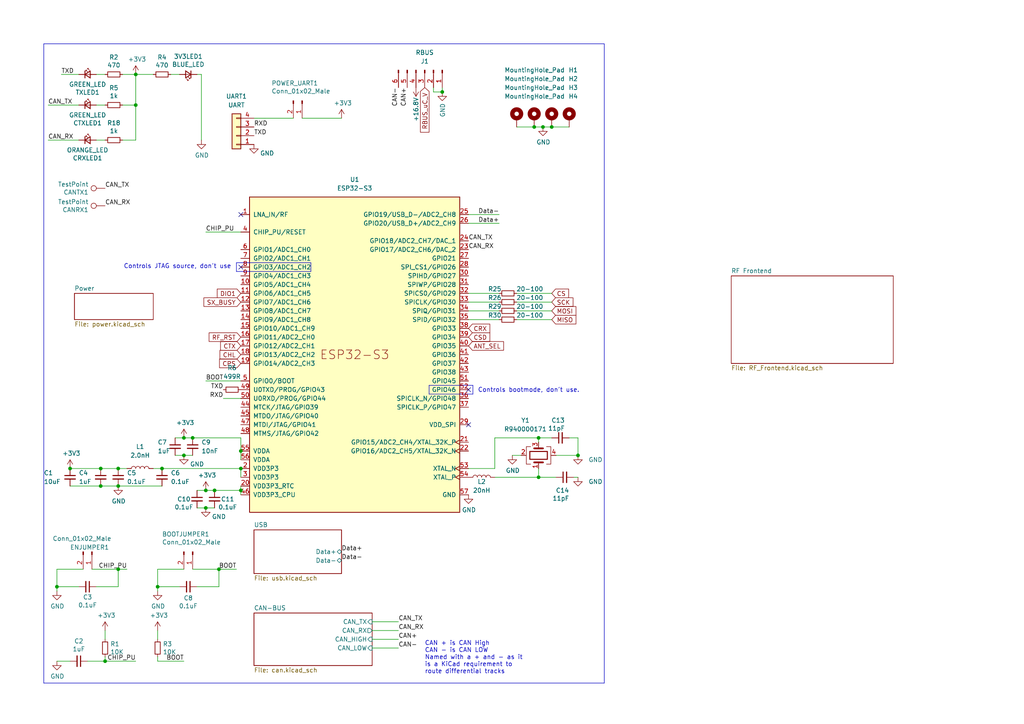
<source format=kicad_sch>
(kicad_sch (version 20231120) (generator "eeschema") (generator_version "8.0")
  (paper "A4")
  (lib_symbols
    (symbol "Connector:Conn_01x02_Male" (pin_names (offset 1.016) hide)
      (property "Reference" "J" (at 0 2.54 0))
      (property "Value" "Conn_01x02_Male" (at 0 -5.08 0))
      (symbol "Conn_01x02_Male_1_1"
        (polyline (pts (xy 1.27 -2.54) (xy 0.8636 -2.54)) (stroke (width 0.1524)))
        (polyline (pts (xy 1.27 0) (xy 0.8636 0)) (stroke (width 0.1524)))
        (rectangle (start 0.8636 -2.413) (end 0 -2.667) (stroke (width 0.1524)) (fill (type outline)))
        (rectangle (start 0.8636 0.127) (end 0 -0.127) (stroke (width 0.1524)) (fill (type outline)))
        (pin passive line (at 5.08 0 180) (length 3.81) (name "Pin_1") (number "1"))
        (pin passive line (at 5.08 -2.54 180) (length 3.81) (name "Pin_2") (number "2"))
      )
    )
    (symbol "Connector:Conn_01x06_Male" (pin_names (offset 1.016) hide)
      (property "Reference" "J" (at 0 7.62 0))
      (property "Value" "Conn_01x06_Male" (at 0 -10.16 0))
      (symbol "Conn_01x06_Male_1_1"
        (polyline (pts (xy 1.27 -7.62) (xy 0.8636 -7.62)) (stroke (width 0.1524)))
        (polyline (pts (xy 1.27 -5.08) (xy 0.8636 -5.08)) (stroke (width 0.1524)))
        (polyline (pts (xy 1.27 -2.54) (xy 0.8636 -2.54)) (stroke (width 0.1524)))
        (polyline (pts (xy 1.27 0) (xy 0.8636 0)) (stroke (width 0.1524)))
        (polyline (pts (xy 1.27 2.54) (xy 0.8636 2.54)) (stroke (width 0.1524)))
        (polyline (pts (xy 1.27 5.08) (xy 0.8636 5.08)) (stroke (width 0.1524)))
        (rectangle (start 0.8636 -7.493) (end 0 -7.747) (stroke (width 0.1524)) (fill (type outline)))
        (rectangle (start 0.8636 -4.953) (end 0 -5.207) (stroke (width 0.1524)) (fill (type outline)))
        (rectangle (start 0.8636 -2.413) (end 0 -2.667) (stroke (width 0.1524)) (fill (type outline)))
        (rectangle (start 0.8636 0.127) (end 0 -0.127) (stroke (width 0.1524)) (fill (type outline)))
        (rectangle (start 0.8636 2.667) (end 0 2.413) (stroke (width 0.1524)) (fill (type outline)))
        (rectangle (start 0.8636 5.207) (end 0 4.953) (stroke (width 0.1524)) (fill (type outline)))
        (pin passive line (at 5.08 5.08 180) (length 3.81) (name "Pin_1") (number "1"))
        (pin passive line (at 5.08 2.54 180) (length 3.81) (name "Pin_2") (number "2"))
        (pin passive line (at 5.08 0 180) (length 3.81) (name "Pin_3") (number "3"))
        (pin passive line (at 5.08 -2.54 180) (length 3.81) (name "Pin_4") (number "4"))
        (pin passive line (at 5.08 -5.08 180) (length 3.81) (name "Pin_5") (number "5"))
        (pin passive line (at 5.08 -7.62 180) (length 3.81) (name "Pin_6") (number "6"))
      )
    )
    (symbol "Connector:TestPoint" (pin_numbers hide) (pin_names (offset 0.762) hide)
      (property "Reference" "TP" (at 0 6.858 0))
      (property "Value" "TestPoint" (at 0 5.08 0))
      (symbol "TestPoint_0_1"
        (circle (center 0 3.302) (radius 0.762))
      )
      (symbol "TestPoint_1_1"
        (pin passive line (at 0 0 90) (length 2.54) (name "1") (number "1"))
      )
    )
    (symbol "Connector_Generic:Conn_01x04" (pin_names (offset 1.016) hide)
      (property "Reference" "J" (at 0 5.08 0))
      (property "Value" "Conn_01x04" (at 0 -7.62 0))
      (symbol "Conn_01x04_1_1"
        (rectangle (start -1.27 -4.953) (end 0 -5.207) (stroke (width 0.1524)))
        (rectangle (start -1.27 -2.413) (end 0 -2.667) (stroke (width 0.1524)))
        (rectangle (start -1.27 0.127) (end 0 -0.127) (stroke (width 0.1524)))
        (rectangle (start -1.27 2.667) (end 0 2.413) (stroke (width 0.1524)))
        (rectangle (start -1.27 3.81) (end 1.27 -6.35) (stroke (width 0.254)) (fill (type background)))
        (pin passive line (at -5.08 2.54 0) (length 3.81) (name "Pin_1") (number "1"))
        (pin passive line (at -5.08 0 0) (length 3.81) (name "Pin_2") (number "2"))
        (pin passive line (at -5.08 -2.54 0) (length 3.81) (name "Pin_3") (number "3"))
        (pin passive line (at -5.08 -5.08 0) (length 3.81) (name "Pin_4") (number "4"))
      )
    )
    (symbol "Device:C_Small" (pin_numbers hide) (pin_names (offset 0.254) hide)
      (property "Reference" "C" (at 0.254 1.778 0))
      (property "Value" "C_Small" (at 0.254 -2.032 0))
      (symbol "C_Small_0_1"
        (polyline (pts (xy -1.524 -0.508) (xy 1.524 -0.508)) (stroke (width 0.3302)))
        (polyline (pts (xy -1.524 0.508) (xy 1.524 0.508)) (stroke (width 0.3048)))
      )
      (symbol "C_Small_1_1"
        (pin passive line (at 0 2.54 270) (length 2.032) (name "~") (number "1"))
        (pin passive line (at 0 -2.54 90) (length 2.032) (name "~") (number "2"))
      )
    )
    (symbol "Device:Crystal_GND24" (pin_names (offset 1.016) hide)
      (property "Reference" "Y" (at 3.175 5.08 0))
      (property "Value" "Crystal_GND24" (at 3.175 3.175 0))
      (symbol "Crystal_GND24_0_1"
        (rectangle (start -1.143 2.54) (end 1.143 -2.54) (stroke (width 0.3048)))
        (polyline (pts (xy -2.54 0) (xy -2.032 0)))
        (polyline (pts (xy -2.032 -1.27) (xy -2.032 1.27)) (stroke (width 0.508)))
        (polyline (pts (xy 0 -3.81) (xy 0 -3.556)))
        (polyline (pts (xy 0 3.556) (xy 0 3.81)))
        (polyline (pts (xy 2.032 -1.27) (xy 2.032 1.27)) (stroke (width 0.508)))
        (polyline (pts (xy 2.032 0) (xy 2.54 0)))
        (polyline (pts (xy -2.54 -2.286) (xy -2.54 -3.556) (xy 2.54 -3.556) (xy 2.54 -2.286)))
        (polyline (pts (xy -2.54 2.286) (xy -2.54 3.556) (xy 2.54 3.556) (xy 2.54 2.286)))
      )
      (symbol "Crystal_GND24_1_1"
        (pin passive line (at -3.81 0 0) (length 1.27) (name "1") (number "1"))
        (pin passive line (at 0 5.08 270) (length 1.27) (name "2") (number "2"))
        (pin passive line (at 3.81 0 180) (length 1.27) (name "3") (number "3"))
        (pin passive line (at 0 -5.08 90) (length 1.27) (name "4") (number "4"))
      )
    )
    (symbol "Device:L" (pin_numbers hide) (pin_names (offset 1.016) hide)
      (property "Reference" "L" (at -1.27 0 90))
      (property "Value" "L" (at 1.905 0 90))
      (symbol "L_0_1"
        (arc (start 0 -2.54) (mid 0.6323 -1.905) (end 0 -1.27))
        (arc (start 0 -1.27) (mid 0.6323 -0.635) (end 0 0))
        (arc (start 0 0) (mid 0.6323 0.635) (end 0 1.27))
        (arc (start 0 1.27) (mid 0.6323 1.905) (end 0 2.54))
      )
      (symbol "L_1_1"
        (pin passive line (at 0 3.81 270) (length 1.27) (name "1") (number "1"))
        (pin passive line (at 0 -3.81 90) (length 1.27) (name "2") (number "2"))
      )
    )
    (symbol "Device:LED_Small" (pin_numbers hide) (pin_names (offset 0.254) hide)
      (property "Reference" "D" (at -1.27 3.175 0))
      (property "Value" "LED_Small" (at -4.445 -2.54 0))
      (symbol "LED_Small_0_1"
        (polyline (pts (xy -0.762 -1.016) (xy -0.762 1.016)) (stroke (width 0.254)))
        (polyline (pts (xy 1.016 0) (xy -0.762 0)))
        (polyline (pts (xy 0.762 -1.016) (xy -0.762 0) (xy 0.762 1.016) (xy 0.762 -1.016)) (stroke (width 0.254)))
        (polyline (pts (xy 0 0.762) (xy -0.508 1.27) (xy -0.254 1.27) (xy -0.508 1.27) (xy -0.508 1.016)))
        (polyline (pts (xy 0.508 1.27) (xy 0 1.778) (xy 0.254 1.778) (xy 0 1.778) (xy 0 1.524)))
      )
      (symbol "LED_Small_1_1"
        (pin passive line (at -2.54 0 0) (length 1.778) (name "K") (number "1"))
        (pin passive line (at 2.54 0 180) (length 1.778) (name "A") (number "2"))
      )
    )
    (symbol "Device:R_Small" (pin_numbers hide) (pin_names (offset 0.254) hide)
      (property "Reference" "R" (at 0.762 0.508 0))
      (property "Value" "R_Small" (at 0.762 -1.016 0))
      (symbol "R_Small_0_1"
        (rectangle (start -0.762 1.778) (end 0.762 -1.778) (stroke (width 0.2032)))
      )
      (symbol "R_Small_1_1"
        (pin passive line (at 0 2.54 270) (length 0.762) (name "~") (number "1"))
        (pin passive line (at 0 -2.54 90) (length 0.762) (name "~") (number "2"))
      )
    )
    (symbol "Espressif:ESP32-S3" (pin_names (offset 1.016))
      (property "Reference" "U" (at 0 48.26 0))
      (property "Value" "ESP32-S3" (at 0 -48.26 0))
      (symbol "ESP32-S3_0_0"
        (text "ESP32-S3" (at 0 0 0) (effects (font (size 2.54 2.54))))
        (pin bidirectional line (at 33.02 -12.7 180) (length 2.54) (name "SPICLK_N/GPIO48") (number "36"))
        (pin bidirectional line (at 33.02 -15.24 180) (length 2.54) (name "SPICLK_P/GPIO47") (number "37"))
      )
      (symbol "ESP32-S3_0_1"
        (rectangle (start -30.48 45.72) (end 30.48 -45.72) (stroke (width 0.254)) (fill (type background)))
      )
      (symbol "ESP32-S3_1_1"
        (pin bidirectional line (at -33.02 40.64 0) (length 2.54) (name "LNA_IN/RF") (number "1"))
        (pin bidirectional line (at -33.02 20.32 0) (length 2.54) (name "GPIO5/ADC1_CH4") (number "10"))
        (pin bidirectional line (at -33.02 17.78 0) (length 2.54) (name "GPIO6/ADC1_CH5") (number "11"))
        (pin bidirectional line (at -33.02 15.24 0) (length 2.54) (name "GPIO7/ADC1_CH6") (number "12"))
        (pin bidirectional line (at -33.02 12.7 0) (length 2.54) (name "GPIO8/ADC1_CH7") (number "13"))
        (pin bidirectional line (at -33.02 10.16 0) (length 2.54) (name "GPIO9/ADC1_CH8") (number "14"))
        (pin bidirectional line (at -33.02 7.62 0) (length 2.54) (name "GPIO10/ADC1_CH9") (number "15"))
        (pin bidirectional line (at -33.02 5.08 0) (length 2.54) (name "GPIO11/ADC2_CH0") (number "16"))
        (pin bidirectional line (at -33.02 2.54 0) (length 2.54) (name "GPIO12/ADC2_CH1") (number "17"))
        (pin bidirectional line (at -33.02 0 0) (length 2.54) (name "GPIO13/ADC2_CH2") (number "18"))
        (pin bidirectional line (at -33.02 -2.54 0) (length 2.54) (name "GPIO14/ADC2_CH3") (number "19"))
        (pin power_in line (at -33.02 -33.02 0) (length 2.54) (name "VDD3P3") (number "2"))
        (pin power_in line (at -33.02 -38.1 0) (length 2.54) (name "VDD3P3_RTC") (number "20"))
        (pin input clock (at 33.02 -25.4 180) (length 2.54) (name "GPIO15/ADC2_CH4/XTAL_32K_P") (number "21"))
        (pin output clock (at 33.02 -27.94 180) (length 2.54) (name "GPIO16/ADC2_CH5/XTAL_32K_N") (number "22"))
        (pin bidirectional line (at 33.02 30.48 180) (length 2.54) (name "GPIO17/ADC2_CH6/DAC_2") (number "23"))
        (pin bidirectional line (at 33.02 33.02 180) (length 2.54) (name "GPIO18/ADC2_CH7/DAC_1") (number "24"))
        (pin bidirectional line (at 33.02 40.64 180) (length 2.54) (name "GPIO19/USB_D-/ADC2_CH8") (number "25"))
        (pin bidirectional line (at 33.02 38.1 180) (length 2.54) (name "GPIO20/USB_D+/ADC2_CH9") (number "26"))
        (pin bidirectional line (at 33.02 27.94 180) (length 2.54) (name "GPIO21") (number "27"))
        (pin bidirectional line (at 33.02 25.4 180) (length 2.54) (name "SPI_CS1/GPIO26") (number "28"))
        (pin power_out line (at 33.02 -20.32 180) (length 2.54) (name "VDD_SPI") (number "29"))
        (pin power_in line (at -33.02 -35.56 0) (length 2.54) (name "VDD3P3") (number "3"))
        (pin bidirectional line (at 33.02 22.86 180) (length 2.54) (name "SPIHD/GPIO27") (number "30"))
        (pin bidirectional line (at 33.02 20.32 180) (length 2.54) (name "SPIWP/GPIO28") (number "31"))
        (pin bidirectional line (at 33.02 17.78 180) (length 2.54) (name "SPICS0/GPIO29") (number "32"))
        (pin bidirectional line (at 33.02 15.24 180) (length 2.54) (name "SPICLK/GPIO30") (number "33"))
        (pin bidirectional line (at 33.02 12.7 180) (length 2.54) (name "SPIQ/GPIO31") (number "34"))
        (pin bidirectional line (at 33.02 10.16 180) (length 2.54) (name "SPID/GPIO32") (number "35"))
        (pin bidirectional line (at 33.02 7.62 180) (length 2.54) (name "GPIO33") (number "38"))
        (pin bidirectional line (at 33.02 5.08 180) (length 2.54) (name "GPIO34") (number "39"))
        (pin input line (at -33.02 35.56 0) (length 2.54) (name "CHIP_PU/RESET") (number "4"))
        (pin bidirectional line (at 33.02 2.54 180) (length 2.54) (name "GPIO35") (number "40"))
        (pin bidirectional line (at 33.02 0 180) (length 2.54) (name "GPIO36") (number "41"))
        (pin bidirectional line (at 33.02 -2.54 180) (length 2.54) (name "GPIO37") (number "42"))
        (pin bidirectional line (at 33.02 -5.08 180) (length 2.54) (name "GPIO38") (number "43"))
        (pin bidirectional line (at -33.02 -15.24 0) (length 2.54) (name "MTCK/JTAG/GPIO39") (number "44"))
        (pin bidirectional line (at -33.02 -17.78 0) (length 2.54) (name "MTDO/JTAG/GPIO40") (number "45"))
        (pin power_in line (at -33.02 -40.64 0) (length 2.54) (name "VDD3P3_CPU") (number "46"))
        (pin bidirectional line (at -33.02 -20.32 0) (length 2.54) (name "MTDI/JTAG/GPIO41") (number "47"))
        (pin bidirectional line (at -33.02 -22.86 0) (length 2.54) (name "MTMS/JTAG/GPIO42") (number "48"))
        (pin bidirectional line (at -33.02 -10.16 0) (length 2.54) (name "U0TXD/PROG/GPIO43") (number "49"))
        (pin bidirectional line (at -33.02 -7.62 0) (length 2.54) (name "GPIO0/BOOT") (number "5"))
        (pin bidirectional line (at -33.02 -12.7 0) (length 2.54) (name "U0RXD/PROG/GPIO44") (number "50"))
        (pin bidirectional line (at 33.02 -7.62 180) (length 2.54) (name "GPIO45") (number "51"))
        (pin bidirectional line (at 33.02 -10.16 180) (length 2.54) (name "GPIO46") (number "52"))
        (pin input clock (at 33.02 -33.02 180) (length 2.54) (name "XTAL_N") (number "53"))
        (pin output clock (at 33.02 -35.56 180) (length 2.54) (name "XTAL_P") (number "54"))
        (pin power_in line (at -33.02 -27.94 0) (length 2.54) (name "VDDA") (number "55"))
        (pin power_in line (at -33.02 -30.48 0) (length 2.54) (name "VDDA") (number "56"))
        (pin power_in line (at 33.02 -40.64 180) (length 2.54) (name "GND") (number "57"))
        (pin bidirectional line (at -33.02 30.48 0) (length 2.54) (name "GPIO1/ADC1_CH0") (number "6"))
        (pin bidirectional line (at -33.02 27.94 0) (length 2.54) (name "GPIO2/ADC1_CH1") (number "7"))
        (pin bidirectional line (at -33.02 25.4 0) (length 2.54) (name "GPIO3/ADC1_CH2") (number "8"))
        (pin bidirectional line (at -33.02 22.86 0) (length 2.54) (name "GPIO4/ADC1_CH3") (number "9"))
      )
    )
    (symbol "Mechanical:MountingHole_Pad" (pin_numbers hide) (pin_names (offset 1.016) hide)
      (property "Reference" "H" (at 0 6.35 0))
      (property "Value" "MountingHole_Pad" (at 0 4.445 0))
      (symbol "MountingHole_Pad_0_1"
        (circle (center 0 1.27) (radius 1.27) (stroke (width 1.27)))
      )
      (symbol "MountingHole_Pad_1_1"
        (pin input line (at 0 -2.54 90) (length 2.54) (name "1") (number "1"))
      )
    )
    (symbol "power:+12V" (power) (pin_names (offset 0))
      (property "Value" "+12V" (at 0 3.556 0))
      (symbol "+12V_0_1"
        (polyline (pts (xy -0.762 1.27) (xy 0 2.54)))
        (polyline (pts (xy 0 0) (xy 0 2.54)))
        (polyline (pts (xy 0 2.54) (xy 0.762 1.27)))
      )
      (symbol "+12V_1_1"
        (pin power_in line (at 0 0 90) (length 0) hide (name "+12V") (number "1"))
      )
    )
    (symbol "power:+3.3V" (power) (pin_names (offset 0))
      (property "Value" "+3.3V" (at 0 3.556 0))
      (symbol "+3.3V_0_1"
        (polyline (pts (xy -0.762 1.27) (xy 0 2.54)))
        (polyline (pts (xy 0 0) (xy 0 2.54)))
        (polyline (pts (xy 0 2.54) (xy 0.762 1.27)))
      )
      (symbol "+3.3V_1_1"
        (pin power_in line (at 0 0 90) (length 0) hide (name "+3V3") (number "1"))
      )
    )
    (symbol "power:GND" (power) (pin_names (offset 0))
      (property "Value" "GND" (at 0 -3.81 0))
      (symbol "GND_0_1"
        (polyline (pts (xy 0 0) (xy 0 -1.27) (xy 1.27 -1.27) (xy 0 -2.54) (xy -1.27 -1.27) (xy 0 -1.27)))
      )
      (symbol "GND_1_1"
        (pin power_in line (at 0 0 270) (length 0) hide (name "GND") (number "1"))
      )
    )
  )
  (junction (at 39.37 21.59))
  (junction (at 59.69 142.24))
  (junction (at 53.34 127))
  (junction (at 39.37 30.48))
  (junction (at 30.48 191.77))
  (junction (at 69.85 142.24))
  (junction (at 55.88 127))
  (junction (at 63.5 165.1))
  (junction (at 59.69 147.32))
  (junction (at 62.23 142.24))
  (junction (at 34.29 135.89))
  (junction (at 20.32 135.89))
  (junction (at 45.72 170.18))
  (junction (at 29.21 135.89))
  (junction (at 34.29 140.97))
  (junction (at 156.21 127))
  (junction (at 160.02 36.83))
  (junction (at 53.34 132.08))
  (junction (at 156.21 138.43))
  (junction (at 69.85 130.81))
  (junction (at 29.21 140.97))
  (junction (at 16.51 170.18))
  (junction (at 157.48 36.83))
  (junction (at 154.94 36.83))
  (junction (at 167.64 132.08))
  (junction (at 46.99 135.89))
  (junction (at 128.27 26.67))
  (junction (at 34.29 165.1))
  (junction (at 69.85 135.89))
  (no_connect (at 69.85 77.47))
  (no_connect (at 69.85 62.23))
  (no_connect (at 135.89 113.03))
  (no_connect (at 135.89 123.19))
  (wire (pts (xy 30.48 191.77) (xy 30.48 190.5)))
  (wire (pts (xy 135.89 62.23) (xy 144.78 62.23)))
  (wire (pts (xy 69.85 135.89) (xy 69.85 138.43)))
  (polyline (pts (xy 90.17 78.74) (xy 68.58 78.74)))
  (wire (pts (xy 63.5 170.18) (xy 63.5 165.1)))
  (polyline (pts (xy 68.58 76.2) (xy 68.58 78.74)))
  (wire (pts (xy 16.51 191.77) (xy 20.32 191.77)))
  (wire (pts (xy 107.95 180.34) (xy 115.57 180.34)))
  (wire (pts (xy 128.27 25.4) (xy 128.27 26.67)))
  (wire (pts (xy 160.02 127) (xy 156.21 127)))
  (wire (pts (xy 35.56 30.48) (xy 39.37 30.48)))
  (wire (pts (xy 45.72 165.1) (xy 53.34 165.1)))
  (wire (pts (xy 125.73 26.67) (xy 128.27 26.67)))
  (wire (pts (xy 58.42 21.59) (xy 57.15 21.59)))
  (wire (pts (xy 160.02 90.17) (xy 149.86 90.17)))
  (wire (pts (xy 29.21 135.89) (xy 34.29 135.89)))
  (wire (pts (xy 143.51 138.43) (xy 156.21 138.43)))
  (wire (pts (xy 144.78 87.63) (xy 135.89 87.63)))
  (wire (pts (xy 59.69 110.49) (xy 69.85 110.49)))
  (polyline (pts (xy 12.7 12.7) (xy 12.7 198.12)))
  (wire (pts (xy 154.94 36.83) (xy 149.86 36.83)))
  (wire (pts (xy 160.02 85.09) (xy 149.86 85.09)))
  (wire (pts (xy 16.51 170.18) (xy 16.51 171.45)))
  (wire (pts (xy 57.15 170.18) (xy 63.5 170.18)))
  (polyline (pts (xy 137.16 111.76) (xy 137.16 114.3)))
  (wire (pts (xy 68.58 165.1) (xy 63.5 165.1)))
  (wire (pts (xy 27.94 21.59) (xy 30.48 21.59)))
  (wire (pts (xy 16.51 165.1) (xy 16.51 170.18)))
  (wire (pts (xy 161.29 132.08) (xy 167.64 132.08)))
  (wire (pts (xy 30.48 182.88) (xy 30.48 185.42)))
  (wire (pts (xy 57.15 147.32) (xy 59.69 147.32)))
  (polyline (pts (xy 68.58 76.2) (xy 90.17 76.2)))
  (wire (pts (xy 34.29 135.89) (xy 36.83 135.89)))
  (wire (pts (xy 69.85 142.24) (xy 69.85 143.51)))
  (wire (pts (xy 62.23 142.24) (xy 69.85 142.24)))
  (wire (pts (xy 53.34 132.08) (xy 55.88 132.08)))
  (wire (pts (xy 143.51 135.89) (xy 143.51 127)))
  (wire (pts (xy 85.09 34.29) (xy 73.66 34.29)))
  (wire (pts (xy 156.21 127) (xy 156.21 128.27)))
  (wire (pts (xy 34.29 165.1) (xy 36.83 165.1)))
  (wire (pts (xy 50.8 132.08) (xy 53.34 132.08)))
  (wire (pts (xy 144.78 92.71) (xy 135.89 92.71)))
  (polyline (pts (xy 124.46 111.76) (xy 124.46 114.3)))
  (wire (pts (xy 35.56 40.64) (xy 39.37 40.64)))
  (polyline (pts (xy 12.7 12.7) (xy 175.26 12.7)))
  (wire (pts (xy 39.37 30.48) (xy 39.37 40.64)))
  (wire (pts (xy 44.45 135.89) (xy 46.99 135.89)))
  (wire (pts (xy 69.85 130.81) (xy 69.85 133.35)))
  (wire (pts (xy 39.37 30.48) (xy 39.37 21.59)))
  (wire (pts (xy 22.86 170.18) (xy 16.51 170.18)))
  (wire (pts (xy 27.94 40.64) (xy 30.48 40.64)))
  (wire (pts (xy 50.8 127) (xy 53.34 127)))
  (wire (pts (xy 17.78 21.59) (xy 22.86 21.59)))
  (wire (pts (xy 64.77 115.57) (xy 69.85 115.57)))
  (wire (pts (xy 13.97 30.48) (xy 22.86 30.48)))
  (wire (pts (xy 52.07 170.18) (xy 45.72 170.18)))
  (wire (pts (xy 165.1 36.83) (xy 160.02 36.83)))
  (wire (pts (xy 29.21 140.97) (xy 34.29 140.97)))
  (wire (pts (xy 35.56 21.59) (xy 39.37 21.59)))
  (wire (pts (xy 55.88 127) (xy 69.85 127)))
  (wire (pts (xy 107.95 187.96) (xy 115.57 187.96)))
  (wire (pts (xy 107.95 182.88) (xy 115.57 182.88)))
  (wire (pts (xy 69.85 127) (xy 69.85 130.81)))
  (polyline (pts (xy 137.16 114.3) (xy 124.46 114.3)))
  (wire (pts (xy 144.78 90.17) (xy 135.89 90.17)))
  (wire (pts (xy 55.88 165.1) (xy 63.5 165.1)))
  (wire (pts (xy 125.73 25.4) (xy 125.73 26.67)))
  (wire (pts (xy 25.4 191.77) (xy 30.48 191.77)))
  (wire (pts (xy 160.02 36.83) (xy 157.48 36.83)))
  (wire (pts (xy 135.89 135.89) (xy 143.51 135.89)))
  (wire (pts (xy 45.72 170.18) (xy 45.72 171.45)))
  (wire (pts (xy 45.72 191.77) (xy 45.72 190.5)))
  (wire (pts (xy 49.53 21.59) (xy 52.07 21.59)))
  (wire (pts (xy 148.59 132.08) (xy 151.13 132.08)))
  (wire (pts (xy 58.42 21.59) (xy 58.42 40.64)))
  (wire (pts (xy 161.29 138.43) (xy 156.21 138.43)))
  (wire (pts (xy 59.69 67.31) (xy 69.85 67.31)))
  (wire (pts (xy 160.02 92.71) (xy 149.86 92.71)))
  (wire (pts (xy 53.34 191.77) (xy 45.72 191.77)))
  (wire (pts (xy 144.78 85.09) (xy 135.89 85.09)))
  (wire (pts (xy 156.21 135.89) (xy 156.21 138.43)))
  (wire (pts (xy 34.29 170.18) (xy 34.29 165.1)))
  (polyline (pts (xy 90.17 76.2) (xy 90.17 78.74)))
  (wire (pts (xy 143.51 127) (xy 156.21 127)))
  (wire (pts (xy 167.64 138.43) (xy 166.37 138.43)))
  (wire (pts (xy 20.32 135.89) (xy 29.21 135.89)))
  (wire (pts (xy 167.64 127) (xy 167.64 132.08)))
  (wire (pts (xy 13.97 40.64) (xy 22.86 40.64)))
  (wire (pts (xy 39.37 21.59) (xy 44.45 21.59)))
  (polyline (pts (xy 124.46 111.76) (xy 137.16 111.76)))
  (wire (pts (xy 59.69 147.32) (xy 62.23 147.32)))
  (wire (pts (xy 160.02 87.63) (xy 149.86 87.63)))
  (wire (pts (xy 30.48 191.77) (xy 39.37 191.77)))
  (wire (pts (xy 157.48 36.83) (xy 154.94 36.83)))
  (wire (pts (xy 107.95 185.42) (xy 115.57 185.42)))
  (wire (pts (xy 53.34 127) (xy 55.88 127)))
  (wire (pts (xy 46.99 135.89) (xy 69.85 135.89)))
  (polyline (pts (xy 175.26 12.7) (xy 175.26 198.12)))
  (wire (pts (xy 99.06 34.29) (xy 87.63 34.29)))
  (wire (pts (xy 27.94 30.48) (xy 30.48 30.48)))
  (wire (pts (xy 34.29 140.97) (xy 46.99 140.97)))
  (wire (pts (xy 135.89 64.77) (xy 144.78 64.77)))
  (wire (pts (xy 27.94 170.18) (xy 34.29 170.18)))
  (wire (pts (xy 45.72 165.1) (xy 45.72 170.18)))
  (wire (pts (xy 59.69 142.24) (xy 62.23 142.24)))
  (wire (pts (xy 57.15 142.24) (xy 59.69 142.24)))
  (wire (pts (xy 20.32 140.97) (xy 29.21 140.97)))
  (wire (pts (xy 69.85 142.24) (xy 69.85 140.97)))
  (wire (pts (xy 167.64 127) (xy 165.1 127)))
  (wire (pts (xy 26.67 165.1) (xy 34.29 165.1)))
  (wire (pts (xy 45.72 182.88) (xy 45.72 185.42)))
  (wire (pts (xy 16.51 165.1) (xy 24.13 165.1)))
  (polyline (pts (xy 175.26 198.12) (xy 12.7 198.12)))
  (text "Controls bootmode, don't use.\n" (at 138.5894 113.9757 0) (effects (font (size 1.27 1.27)) (justify left bottom)))
  (text "CAN + is CAN High\nCAN - is CAN LOW\nNamed with a + and - as it\nis a KiCad requirement to\nroute differential tracks\n" (at 123.19 195.58 0) (effects (font (size 1.27 1.27)) (justify left bottom)))
  (text "Controls JTAG source, don't use\n" (at 67.0857 78.0878 0) (effects (font (size 1.27 1.27)) (justify right bottom)))
  (label "CAN_TX" (at 30.48 54.61 0))
  (label "CHIP_PU" (at 36.83 165.1 180))
  (label "RXD" (at 73.66 36.83 0))
  (label "CAN+" (at 115.57 185.42 0))
  (label "Data+" (at 99.06 160.02 0) (property "Netclass" "USB" (effects (hide yes))))
  (label "TXD" (at 73.66 39.37 0))
  (label "Data-" (at 99.06 162.56 0) (property "Netclass" "USB" (effects (hide yes))))
  (label "BOOT" (at 53.34 191.77 180))
  (label "CAN_RX" (at 13.97 40.64 0))
  (label "CAN-" (at 115.57 25.4 270))
  (label "CAN+" (at 118.11 25.4 270))
  (label "CAN_TX" (at 115.57 180.34 0))
  (label "BOOT" (at 68.58 165.1 180))
  (label "RXD" (at 64.77 115.57 180))
  (label "BOOT" (at 59.69 110.49 0))
  (label "TXD" (at 64.77 113.03 180))
  (label "CAN_TX" (at 13.97 30.48 0))
  (label "CHIP_PU" (at 59.69 67.31 0))
  (label "CAN_RX" (at 135.89 72.39 0))
  (label "CAN_RX" (at 30.48 59.69 0))
  (label "CAN_RX" (at 115.57 182.88 0))
  (label "Data+" (at 144.78 64.77 180))
  (label "Data-" (at 144.78 62.23 180))
  (label "CAN-" (at 115.57 187.96 0))
  (label "TXD" (at 17.78 21.59 0))
  (label "CHIP_PU" (at 39.37 191.77 180))
  (label "CAN_TX" (at 135.89 69.85 0))
  (global_label "SCK" (shape input) (at 160.02 87.63 0) (property "Intersheetrefs" "${INTERSHEET_REFS}" (effects (hide yes))))
  (global_label "CTX" (shape input) (at 69.85 100.33 180) (property "Intersheetrefs" "${INTERSHEET_REFS}" (effects (hide yes))))
  (global_label "SX_BUSY" (shape input) (at 69.85 87.63 180) (property "Intersheetrefs" "${INTERSHEET_REFS}" (effects (hide yes))))
  (global_label "RF_RST" (shape input) (at 69.85 97.79 180) (property "Intersheetrefs" "${INTERSHEET_REFS}" (effects (hide yes))))
  (global_label "DIO1" (shape input) (at 69.85 85.09 180) (property "Intersheetrefs" "${INTERSHEET_REFS}" (effects (hide yes))))
  (global_label "ANT_SEL" (shape input) (at 135.89 100.33 0) (property "Intersheetrefs" "${INTERSHEET_REFS}" (effects (hide yes))))
  (global_label "CPS" (shape input) (at 69.85 105.41 180) (property "Intersheetrefs" "${INTERSHEET_REFS}" (effects (hide yes))))
  (global_label "MOSI" (shape input) (at 160.02 90.17 0) (property "Intersheetrefs" "${INTERSHEET_REFS}" (effects (hide yes))))
  (global_label "CHL" (shape input) (at 69.85 102.87 180) (property "Intersheetrefs" "${INTERSHEET_REFS}" (effects (hide yes))))
  (global_label "CRX" (shape input) (at 135.89 95.25 0) (property "Intersheetrefs" "${INTERSHEET_REFS}" (effects (hide yes))))
  (global_label "MISO" (shape input) (at 160.02 92.71 0) (property "Intersheetrefs" "${INTERSHEET_REFS}" (effects (hide yes))))
  (global_label "CS" (shape input) (at 160.02 85.09 0) (property "Intersheetrefs" "${INTERSHEET_REFS}" (effects (hide yes))))
  (global_label "RBUS_uC_V" (shape input) (at 123.19 25.4 270) (property "Intersheetrefs" "${INTERSHEET_REFS}" (effects (hide yes))))
  (global_label "CSD" (shape input) (at 135.89 97.79 0) (property "Intersheetrefs" "${INTERSHEET_REFS}" (effects (hide yes))))
  (symbol (lib_id "power:+3.3V") (at 30.48 182.88 0) (unit 1)
    (property "Reference" "#PWR04" (effects (hide yes)))
    (property "Value" "+3V3" (at 30.861 178.4858 0))
  )
  (symbol (lib_id "Device:R_Small") (at 30.48 187.96 0) (unit 1)
    (property "Reference" "R1" (at 31.9786 186.7916 0) (effects (justify left)))
    (property "Value" "10K" (at 31.9786 189.103 0) (effects (justify left)))
    (property "Footprint" "Resistor_SMD:R_0402_1005Metric" (effects (hide yes)))
  )
  (symbol (lib_id "Device:C_Small") (at 22.86 191.77 270) (unit 1)
    (property "Reference" "C2" (at 22.86 185.9534 90))
    (property "Value" "1uF" (at 22.86 188.2648 90))
    (property "Footprint" "Capacitor_SMD:C_0402_1005Metric" (effects (hide yes)))
  )
  (symbol (lib_id "power:GND") (at 16.51 191.77 0) (unit 1)
    (property "Reference" "#PWR02" (effects (hide yes)))
    (property "Value" "GND" (at 16.637 196.1642 0))
  )
  (symbol (lib_id "power:+3.3V") (at 45.72 182.88 0) (unit 1)
    (property "Reference" "#PWR08" (effects (hide yes)))
    (property "Value" "+3V3" (at 46.101 178.4858 0))
  )
  (symbol (lib_id "Device:R_Small") (at 45.72 187.96 0) (unit 1)
    (property "Reference" "R3" (at 47.2186 186.7916 0) (effects (justify left)))
    (property "Value" "10K" (at 47.2186 189.103 0) (effects (justify left)))
    (property "Footprint" "Resistor_SMD:R_0402_1005Metric" (effects (hide yes)))
  )
  (symbol (lib_id "power:GND") (at 45.72 171.45 0) (unit 1)
    (property "Reference" "#PWR07" (effects (hide yes)))
    (property "Value" "GND" (at 45.847 175.8442 0))
  )
  (symbol (lib_id "Device:C_Small") (at 54.61 170.18 270) (unit 1)
    (property "Reference" "C8" (at 54.61 173.4566 90))
    (property "Value" "0.1uF" (at 54.61 175.768 90))
    (property "Footprint" "Capacitor_SMD:C_0402_1005Metric" (effects (hide yes)))
  )
  (symbol (lib_id "power:GND") (at 16.51 171.45 0) (unit 1)
    (property "Reference" "#PWR01" (effects (hide yes)))
    (property "Value" "GND" (at 16.637 175.8442 0))
  )
  (symbol (lib_id "Device:C_Small") (at 25.4 170.18 270) (unit 1)
    (property "Reference" "C3" (at 25.4 173.2026 90))
    (property "Value" "0.1uF" (at 25.4 175.514 90))
    (property "Footprint" "Capacitor_SMD:C_0402_1005Metric" (effects (hide yes)))
  )
  (symbol (lib_id "Device:LED_Small") (at 25.4 21.59 0) (unit 1)
    (property "Reference" "TXLED1" (at 25.4 26.797 0))
    (property "Value" "GREEN_LED" (at 25.4 24.4856 0))
    (property "Footprint" "Resistor_SMD:R_0402_1005Metric" (effects (hide yes)))
  )
  (symbol (lib_id "Device:R_Small") (at 33.02 21.59 270) (unit 1)
    (property "Reference" "R2" (at 33.02 16.6116 90))
    (property "Value" "470" (at 33.02 18.923 90))
    (property "Footprint" "Resistor_SMD:R_0402_1005Metric" (effects (hide yes)))
  )
  (symbol (lib_id "power:GND") (at 58.42 40.64 0) (unit 1)
    (property "Reference" "#PWR012" (effects (hide yes)))
    (property "Value" "GND" (at 58.547 45.0342 0))
  )
  (symbol (lib_id "power:+3.3V") (at 39.37 21.59 0) (unit 1)
    (property "Reference" "#PWR06" (effects (hide yes)))
    (property "Value" "+3V3" (at 39.751 17.1958 0))
  )
  (symbol (lib_id "Device:LED_Small") (at 54.61 21.59 180) (unit 1)
    (property "Reference" "3V3LED1" (at 54.61 16.383 0))
    (property "Value" "BLUE_LED" (at 54.61 18.6944 0))
    (property "Footprint" "Resistor_SMD:R_0402_1005Metric" (effects (hide yes)))
  )
  (symbol (lib_id "Device:R_Small") (at 46.99 21.59 270) (unit 1)
    (property "Reference" "R4" (at 46.99 16.6116 90))
    (property "Value" "470" (at 46.99 18.923 90))
    (property "Footprint" "Resistor_SMD:R_0402_1005Metric" (effects (hide yes)))
  )
  (symbol (lib_id "Connector:Conn_01x02_Male") (at 26.67 160.02 270) (unit 1)
    (property "Reference" "ENJUMPER1" (at 20.32 158.75 90) (effects (justify left)))
    (property "Value" "Conn_01x02_Male" (at 15.24 156.21 90) (effects (justify left)))
    (property "Footprint" "Connector_PinHeader_2.54mm:PinHeader_1x02_P2.54mm_Vertical" (effects (hide yes)))
  )
  (symbol (lib_id "Connector:Conn_01x02_Male") (at 55.88 160.02 270) (unit 1)
    (property "Reference" "BOOTJUMPER1" (at 46.99 154.94 90) (effects (justify left)))
    (property "Value" "Conn_01x02_Male" (at 46.99 157.2514 90) (effects (justify left)))
    (property "Footprint" "Connector_PinHeader_2.54mm:PinHeader_1x02_P2.54mm_Vertical" (effects (hide yes)))
  )
  (symbol (lib_id "power:GND") (at 128.27 26.67 0) (unit 1)
    (property "Reference" "#PWR018" (effects (hide yes)))
    (property "Value" "GND" (at 128.397 29.9212 90) (effects (justify right)))
  )
  (symbol (lib_id "Connector:Conn_01x06_Male") (at 123.19 20.32 270) (unit 1)
    (property "Reference" "J1" (at 123.19 17.78 90))
    (property "Value" "RBUS" (at 123.19 15.24 90))
    (property "Footprint" "Connector_Molex:Molex_Mini-Fit_Jr_5566-06A_2x03_P4.20mm_Vertical" (effects (hide yes)))
  )
  (symbol (lib_id "Device:LED_Small") (at 25.4 30.48 0) (unit 1)
    (property "Reference" "CTXLED1" (at 25.4 35.687 0))
    (property "Value" "GREEN_LED" (at 25.4 33.3756 0))
    (property "Footprint" "Resistor_SMD:R_0402_1005Metric" (effects (hide yes)))
  )
  (symbol (lib_id "Connector:TestPoint") (at 30.48 54.61 90) (unit 1)
    (property "Reference" "CANTX1" (at 25.7048 55.7784 90) (effects (justify left)))
    (property "Value" "TestPoint" (at 25.7048 53.467 90) (effects (justify left)))
    (property "Footprint" "TestPoint:TestPoint_Pad_D1.0mm" (effects (hide yes)))
  )
  (symbol (lib_id "power:GND") (at 167.64 132.08 0) (unit 1)
    (property "Reference" "#PWR021" (effects (hide yes)))
    (property "Value" "GND" (at 172.72 133.35 0))
  )
  (symbol (lib_id "power:GND") (at 34.29 140.97 0) (unit 1)
    (property "Reference" "#PWR05" (effects (hide yes)))
    (property "Value" "GND" (at 34.417 145.3642 0))
  )
  (symbol (lib_id "Device:C_Small") (at 55.88 129.54 0) (unit 1)
    (property "Reference" "C9" (at 58.42 128.2762 0) (effects (justify left)))
    (property "Value" "10nF" (at 58.42 130.8162 0) (effects (justify left)))
    (property "Footprint" "Capacitor_SMD:C_0402_1005Metric" (effects (hide yes)))
  )
  (symbol (lib_id "power:+3.3V") (at 53.34 127 0) (unit 1)
    (property "Reference" "#PWR010" (effects (hide yes)))
    (property "Value" "+3V3" (at 53.721 122.6058 0))
  )
  (symbol (lib_id "Mechanical:MountingHole_Pad") (at 154.94 34.29 0) (unit 1)
    (property "Reference" "H2" (at 167.64 22.86 0) (effects (justify right)))
    (property "Value" "MountingHole_Pad" (at 163.83 25.4 0) (effects (justify right)))
    (property "Footprint" "MountingHole:MountingHole_3.2mm_M3_DIN965_Pad" (effects (hide yes)))
  )
  (symbol (lib_id "Device:R_Small") (at 147.32 90.17 270) (unit 1)
    (property "Reference" "R29" (at 143.51 88.9 90))
    (property "Value" "20-100" (at 153.67 88.9 90))
    (property "Footprint" "Resistor_SMD:R_0402_1005Metric" (effects (hide yes)))
  )
  (symbol (lib_id "Device:C_Small") (at 50.8 129.54 0) (unit 1)
    (property "Reference" "C7" (at 45.72 128.27 0) (effects (justify left)))
    (property "Value" "1uF" (at 45.72 130.81 0) (effects (justify left)))
    (property "Footprint" "Capacitor_SMD:C_0402_1005Metric" (effects (hide yes)))
  )
  (symbol (lib_id "Mechanical:MountingHole_Pad") (at 165.1 34.29 0) (unit 1)
    (property "Reference" "H4" (at 167.64 27.94 0) (effects (justify right)))
    (property "Value" "MountingHole_Pad" (at 163.83 20.32 0) (effects (justify right)))
    (property "Footprint" "MountingHole:MountingHole_3.2mm_M3_DIN965_Pad" (effects (hide yes)))
  )
  (symbol (lib_id "power:GND") (at 59.69 147.32 0) (unit 1)
    (property "Reference" "#PWR014" (effects (hide yes)))
    (property "Value" "GND" (at 63.5 149.86 0))
  )
  (symbol (lib_id "power:+12V") (at 120.65 25.4 180) (unit 1)
    (property "Reference" "#PWR017" (effects (hide yes)))
    (property "Value" "+16.8V" (at 120.65 31.75 90))
  )
  (symbol (lib_id "Device:R_Small") (at 33.02 40.64 270) (unit 1)
    (property "Reference" "R18" (at 33.02 35.6616 90))
    (property "Value" "1k" (at 33.02 37.973 90))
    (property "Footprint" "Resistor_SMD:R_0402_1005Metric" (effects (hide yes)))
  )
  (symbol (lib_id "Device:LED_Small") (at 25.4 40.64 0) (unit 1)
    (property "Reference" "CRXLED1" (at 25.4 45.847 0))
    (property "Value" "ORANGE_LED" (at 25.4 43.5356 0))
    (property "Footprint" "Resistor_SMD:R_0402_1005Metric" (effects (hide yes)))
  )
  (symbol (lib_id "Device:C_Small") (at 20.32 138.43 0) (unit 1)
    (property "Reference" "C1" (at 12.7 137.16 0) (effects (justify left)))
    (property "Value" "10uF" (at 12.7 139.7 0) (effects (justify left)))
    (property "Footprint" "Capacitor_SMD:C_0402_1005Metric" (effects (hide yes)))
  )
  (symbol (lib_id "Device:C_Small") (at 57.15 144.78 0) (unit 1)
    (property "Reference" "C10" (at 53.34 144.78 0))
    (property "Value" "0.1uF" (at 53.34 147.0914 0))
    (property "Footprint" "Capacitor_SMD:C_0402_1005Metric" (effects (hide yes)))
  )
  (symbol (lib_id "Device:C_Small") (at 163.83 138.43 90) (unit 1)
    (property "Reference" "C14" (at 165.1 142.24 90) (effects (justify left)))
    (property "Value" "11pF" (at 165.1 144.5514 90) (effects (justify left)))
    (property "Footprint" "Capacitor_SMD:C_0402_1005Metric" (effects (hide yes)))
  )
  (symbol (lib_id "power:GND") (at 167.64 138.43 0) (unit 1)
    (property "Reference" "#PWR022" (effects (hide yes)))
    (property "Value" "GND" (at 172.72 139.7 0))
  )
  (symbol (lib_id "Device:C_Small") (at 34.29 138.43 0) (unit 1)
    (property "Reference" "C5" (at 36.83 137.1662 0) (effects (justify left)))
    (property "Value" "0.1uF" (at 36.83 139.7062 0) (effects (justify left)))
    (property "Footprint" "Capacitor_SMD:C_0402_1005Metric" (effects (hide yes)))
  )
  (symbol (lib_id "power:+3.3V") (at 99.06 34.29 0) (unit 1)
    (property "Reference" "#PWR052" (effects (hide yes)))
    (property "Value" "+3V3" (at 99.441 29.8958 0))
  )
  (symbol (lib_id "power:GND") (at 53.34 132.08 0) (unit 1)
    (property "Reference" "#PWR011" (effects (hide yes)))
    (property "Value" "GND" (at 57.15 134.62 0))
  )
  (symbol (lib_id "Device:R_Small") (at 147.32 85.09 270) (unit 1)
    (property "Reference" "R25" (at 143.51 83.82 90))
    (property "Value" "20-100" (at 153.67 83.82 90))
    (property "Footprint" "Resistor_SMD:R_0402_1005Metric" (effects (hide yes)))
  )
  (symbol (lib_id "Connector_Generic:Conn_01x04") (at 68.58 39.37 180) (unit 1)
    (property "Reference" "UART1" (at 68.58 27.94 0))
    (property "Value" "UART" (at 68.58 30.48 0))
    (property "Footprint" "Connector_Molex:Molex_Nano-Fit_105313-xx03_1x03_P2.50mm_Horizontal" (effects (hide yes)))
    (property "Description" "Generic connector, single row, 01x04, script generated (kicad-library-utils/schlib/autogen/connector/)" (effects (hide yes)))
  )
  (symbol (lib_id "Mechanical:MountingHole_Pad") (at 149.86 34.29 0) (unit 1)
    (property "Reference" "H1" (at 167.64 20.32 0) (effects (justify right)))
    (property "Value" "MountingHole_Pad" (at 163.83 27.94 0) (effects (justify right)))
    (property "Footprint" "MountingHole:MountingHole_3.2mm_M3_DIN965_Pad" (effects (hide yes)))
  )
  (symbol (lib_id "Device:R_Small") (at 33.02 30.48 270) (unit 1)
    (property "Reference" "R5" (at 33.02 25.5016 90))
    (property "Value" "1k" (at 33.02 27.813 90))
    (property "Footprint" "Resistor_SMD:R_0402_1005Metric" (effects (hide yes)))
  )
  (symbol (lib_id "Device:C_Small") (at 62.23 144.78 0) (unit 1)
    (property "Reference" "C11" (at 66.04 144.78 0))
    (property "Value" "0.1uF" (at 66.04 147.0914 0))
    (property "Footprint" "Capacitor_SMD:C_0402_1005Metric" (effects (hide yes)))
  )
  (symbol (lib_id "Device:R_Small") (at 147.32 87.63 270) (unit 1)
    (property "Reference" "R26" (at 143.51 86.36 90))
    (property "Value" "20-100" (at 153.67 86.36 90))
    (property "Footprint" "Resistor_SMD:R_0402_1005Metric" (effects (hide yes)))
  )
  (symbol (lib_id "Device:R_Small") (at 147.32 92.71 270) (unit 1)
    (property "Reference" "R30" (at 143.51 91.44 90))
    (property "Value" "20-100" (at 153.67 91.44 90))
    (property "Footprint" "Resistor_SMD:R_0402_1005Metric" (effects (hide yes)))
  )
  (symbol (lib_id "Device:C_Small") (at 162.56 127 90) (unit 1)
    (property "Reference" "C13" (at 163.83 121.92 90) (effects (justify left)))
    (property "Value" "11pF" (at 163.83 124.2314 90) (effects (justify left)))
    (property "Footprint" "Capacitor_SMD:C_0402_1005Metric" (effects (hide yes)))
  )
  (symbol (lib_id "power:GND") (at 148.59 132.08 0) (unit 1)
    (property "Reference" "#PWR020" (effects (hide yes)))
    (property "Value" "GND" (at 148.717 136.4742 0))
  )
  (symbol (lib_id "Device:L") (at 139.7 138.43 90) (unit 1)
    (property "Reference" "L2" (at 139.7 139.7 90))
    (property "Value" "20nH" (at 139.7 142.24 90))
    (property "Footprint" "Inductor_SMD:L_0402_1005Metric" (effects (hide yes)))
  )
  (symbol (lib_id "power:GND") (at 73.66 41.91 0) (unit 1)
    (property "Reference" "#PWR053" (effects (hide yes)))
    (property "Value" "GND" (at 77.47 44.45 0))
  )
  (symbol (lib_id "power:+3.3V") (at 59.69 142.24 0) (unit 1)
    (property "Reference" "#PWR013" (effects (hide yes)))
    (property "Value" "+3V3" (at 60.071 137.8458 0))
  )
  (symbol (lib_id "Connector:TestPoint") (at 30.48 59.69 90) (unit 1)
    (property "Reference" "CANRX1" (at 25.7048 60.8584 90) (effects (justify left)))
    (property "Value" "TestPoint" (at 25.7048 58.547 90) (effects (justify left)))
    (property "Footprint" "TestPoint:TestPoint_Pad_D1.0mm" (effects (hide yes)))
  )
  (symbol (lib_id "Device:L") (at 40.64 135.89 90) (unit 1)
    (property "Reference" "L1" (at 40.64 129.54 90))
    (property "Value" "2.0nH" (at 40.64 132.08 90))
    (property "Footprint" "Inductor_SMD:L_0402_1005Metric" (effects (hide yes)))
  )
  (symbol (lib_id "power:+3.3V") (at 20.32 135.89 0) (unit 1)
    (property "Reference" "#PWR03" (effects (hide yes)))
    (property "Value" "+3V3" (at 20.701 131.4958 0))
  )
  (symbol (lib_id "Espressif:ESP32-S3") (at 102.87 102.87 0) (unit 1)
    (property "Reference" "U1" (at 102.87 52.07 0))
    (property "Value" "ESP32-S3" (at 102.87 54.61 0))
    (property "Footprint" "iclr:QFN40P700X700X90-57N" (effects (hide yes)))
    (property "Datasheet" "https://www.espressif.com/sites/default/files/documentation/esp32-s3_datasheet_en.pdf" (effects (hide yes)))
  )
  (symbol (lib_id "Mechanical:MountingHole_Pad") (at 160.02 34.29 0) (unit 1)
    (property "Reference" "H3" (at 167.64 25.4 0) (effects (justify right)))
    (property "Value" "MountingHole_Pad" (at 163.83 22.86 0) (effects (justify right)))
    (property "Footprint" "MountingHole:MountingHole_3.2mm_M3_DIN965_Pad" (effects (hide yes)))
  )
  (symbol (lib_id "power:GND") (at 157.48 36.83 0) (unit 1)
    (property "Reference" "#PWR023" (effects (hide yes)))
    (property "Value" "GND" (at 157.607 41.2242 0))
  )
  (symbol (lib_id "Device:Crystal_GND24") (at 156.21 132.08 90) (unit 1)
    (property "Reference" "Y1" (at 152.4 121.92 90))
    (property "Value" "R940000171" (at 152.4 124.46 90))
    (property "Footprint" "Crystal:Crystal_SMD_2016-4Pin_2.0x1.6mm" (effects (hide yes)))
  )
  (symbol (lib_id "Device:C_Small") (at 29.21 138.43 0) (unit 1)
    (property "Reference" "C4" (at 22.86 137.16 0) (effects (justify left)))
    (property "Value" "1uF" (at 22.86 139.7 0) (effects (justify left)))
    (property "Footprint" "Capacitor_SMD:C_0402_1005Metric" (effects (hide yes)))
  )
  (symbol (lib_id "power:GND") (at 135.89 143.51 0) (unit 1)
    (property "Reference" "#PWR019" (effects (hide yes)))
    (property "Value" "GND" (at 136.017 147.9042 0))
  )
  (symbol (lib_id "Device:R_Small") (at 67.31 113.03 90) (unit 1)
    (property "Reference" "R6" (at 67.31 106.68 90))
    (property "Value" "499R" (at 67.31 109.22 90))
    (property "Footprint" "Resistor_SMD:R_0402_1005Metric" (effects (hide yes)))
  )
  (symbol (lib_id "Connector:Conn_01x02_Male") (at 87.63 29.21 270) (unit 1)
    (property "Reference" "POWER_UART1" (at 78.74 24.13 90) (effects (justify left)))
    (property "Value" "Conn_01x02_Male" (at 78.74 26.4414 90) (effects (justify left)))
    (property "Footprint" "Connector_PinHeader_2.54mm:PinHeader_1x02_P2.54mm_Vertical" (effects (hide yes)))
  )
  (symbol (lib_id "Device:C_Small") (at 46.99 138.43 0) (unit 1)
    (property "Reference" "C6" (at 49.53 137.1662 0) (effects (justify left)))
    (property "Value" "0.1uF" (at 49.53 139.7062 0) (effects (justify left)))
    (property "Footprint" "Capacitor_SMD:C_0402_1005Metric" (effects (hide yes)))
  )
  (sheet (at 73.66 153.67) (size 25.4 12.7)
    (property "Sheetname" "USB" (at 73.66 152.9584 0) (effects (justify left bottom)))
    (property "Sheetfile" "usb.kicad_sch" (at 73.66 166.9546 0) (effects (justify left top)))
    (pin "Data+" bidirectional (at 99.06 160.02 0))
    (pin "Data-" bidirectional (at 99.06 162.56 0))
  )
  (sheet (at 73.66 177.8) (size 34.29 15.24)
    (property "Sheetname" "CAN-BUS" (at 73.66 177.0884 0) (effects (justify left bottom)))
    (property "Sheetfile" "can.kicad_sch" (at 73.66 193.6246 0) (effects (justify left top)))
    (pin "CAN_TX" input (at 107.95 180.34 0))
    (pin "CAN_RX" output (at 107.95 182.88 0))
    (pin "CAN_HIGH" input (at 107.95 185.42 0))
    (pin "CAN_LOW" input (at 107.95 187.96 0))
  )
  (sheet (at 21.59 85.09) (size 22.86 7.62) (stroke (width 0.1524))
    (property "Sheetname" "Power" (at 21.59 84.3784 0) (effects (justify left bottom)))
    (property "Sheetfile" "power.kicad_sch" (at 21.59 93.2946 0) (effects (justify left top)))
  )
  (sheet (at 212.09 80.01) (size 46.99 25.4) (stroke (width 0.1524))
    (property "Sheetname" "RF Frontend" (at 212.09 79.2984 0) (effects (justify left bottom)))
    (property "Sheetfile" "RF_Frontend.kicad_sch" (at 212.09 105.9946 0) (effects (justify left top)))
  )
)
</source>
